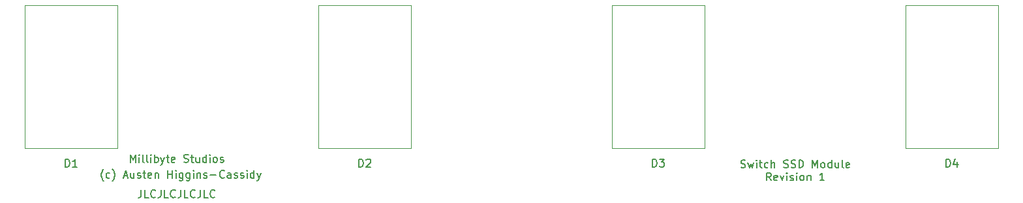
<source format=gbr>
%TF.GenerationSoftware,KiCad,Pcbnew,(5.1.8)-1*%
%TF.CreationDate,2021-01-20T16:16:19-05:00*%
%TF.ProjectId,Switch_SSD_Row,53776974-6368-45f5-9353-445f526f772e,rev?*%
%TF.SameCoordinates,Original*%
%TF.FileFunction,Legend,Top*%
%TF.FilePolarity,Positive*%
%FSLAX46Y46*%
G04 Gerber Fmt 4.6, Leading zero omitted, Abs format (unit mm)*
G04 Created by KiCad (PCBNEW (5.1.8)-1) date 2021-01-20 16:16:19*
%MOMM*%
%LPD*%
G01*
G04 APERTURE LIST*
%ADD10C,0.150000*%
%ADD11C,0.120000*%
G04 APERTURE END LIST*
D10*
X122492380Y-48347761D02*
X122635238Y-48395380D01*
X122873333Y-48395380D01*
X122968571Y-48347761D01*
X123016190Y-48300142D01*
X123063809Y-48204904D01*
X123063809Y-48109666D01*
X123016190Y-48014428D01*
X122968571Y-47966809D01*
X122873333Y-47919190D01*
X122682857Y-47871571D01*
X122587619Y-47823952D01*
X122540000Y-47776333D01*
X122492380Y-47681095D01*
X122492380Y-47585857D01*
X122540000Y-47490619D01*
X122587619Y-47443000D01*
X122682857Y-47395380D01*
X122920952Y-47395380D01*
X123063809Y-47443000D01*
X123397142Y-47728714D02*
X123587619Y-48395380D01*
X123778095Y-47919190D01*
X123968571Y-48395380D01*
X124159047Y-47728714D01*
X124540000Y-48395380D02*
X124540000Y-47728714D01*
X124540000Y-47395380D02*
X124492380Y-47443000D01*
X124540000Y-47490619D01*
X124587619Y-47443000D01*
X124540000Y-47395380D01*
X124540000Y-47490619D01*
X124873333Y-47728714D02*
X125254285Y-47728714D01*
X125016190Y-47395380D02*
X125016190Y-48252523D01*
X125063809Y-48347761D01*
X125159047Y-48395380D01*
X125254285Y-48395380D01*
X126016190Y-48347761D02*
X125920952Y-48395380D01*
X125730476Y-48395380D01*
X125635238Y-48347761D01*
X125587619Y-48300142D01*
X125540000Y-48204904D01*
X125540000Y-47919190D01*
X125587619Y-47823952D01*
X125635238Y-47776333D01*
X125730476Y-47728714D01*
X125920952Y-47728714D01*
X126016190Y-47776333D01*
X126444761Y-48395380D02*
X126444761Y-47395380D01*
X126873333Y-48395380D02*
X126873333Y-47871571D01*
X126825714Y-47776333D01*
X126730476Y-47728714D01*
X126587619Y-47728714D01*
X126492380Y-47776333D01*
X126444761Y-47823952D01*
X128063809Y-48347761D02*
X128206666Y-48395380D01*
X128444761Y-48395380D01*
X128540000Y-48347761D01*
X128587619Y-48300142D01*
X128635238Y-48204904D01*
X128635238Y-48109666D01*
X128587619Y-48014428D01*
X128540000Y-47966809D01*
X128444761Y-47919190D01*
X128254285Y-47871571D01*
X128159047Y-47823952D01*
X128111428Y-47776333D01*
X128063809Y-47681095D01*
X128063809Y-47585857D01*
X128111428Y-47490619D01*
X128159047Y-47443000D01*
X128254285Y-47395380D01*
X128492380Y-47395380D01*
X128635238Y-47443000D01*
X129016190Y-48347761D02*
X129159047Y-48395380D01*
X129397142Y-48395380D01*
X129492380Y-48347761D01*
X129540000Y-48300142D01*
X129587619Y-48204904D01*
X129587619Y-48109666D01*
X129540000Y-48014428D01*
X129492380Y-47966809D01*
X129397142Y-47919190D01*
X129206666Y-47871571D01*
X129111428Y-47823952D01*
X129063809Y-47776333D01*
X129016190Y-47681095D01*
X129016190Y-47585857D01*
X129063809Y-47490619D01*
X129111428Y-47443000D01*
X129206666Y-47395380D01*
X129444761Y-47395380D01*
X129587619Y-47443000D01*
X130016190Y-48395380D02*
X130016190Y-47395380D01*
X130254285Y-47395380D01*
X130397142Y-47443000D01*
X130492380Y-47538238D01*
X130540000Y-47633476D01*
X130587619Y-47823952D01*
X130587619Y-47966809D01*
X130540000Y-48157285D01*
X130492380Y-48252523D01*
X130397142Y-48347761D01*
X130254285Y-48395380D01*
X130016190Y-48395380D01*
X131778095Y-48395380D02*
X131778095Y-47395380D01*
X132111428Y-48109666D01*
X132444761Y-47395380D01*
X132444761Y-48395380D01*
X133063809Y-48395380D02*
X132968571Y-48347761D01*
X132920952Y-48300142D01*
X132873333Y-48204904D01*
X132873333Y-47919190D01*
X132920952Y-47823952D01*
X132968571Y-47776333D01*
X133063809Y-47728714D01*
X133206666Y-47728714D01*
X133301904Y-47776333D01*
X133349523Y-47823952D01*
X133397142Y-47919190D01*
X133397142Y-48204904D01*
X133349523Y-48300142D01*
X133301904Y-48347761D01*
X133206666Y-48395380D01*
X133063809Y-48395380D01*
X134254285Y-48395380D02*
X134254285Y-47395380D01*
X134254285Y-48347761D02*
X134159047Y-48395380D01*
X133968571Y-48395380D01*
X133873333Y-48347761D01*
X133825714Y-48300142D01*
X133778095Y-48204904D01*
X133778095Y-47919190D01*
X133825714Y-47823952D01*
X133873333Y-47776333D01*
X133968571Y-47728714D01*
X134159047Y-47728714D01*
X134254285Y-47776333D01*
X135159047Y-47728714D02*
X135159047Y-48395380D01*
X134730476Y-47728714D02*
X134730476Y-48252523D01*
X134778095Y-48347761D01*
X134873333Y-48395380D01*
X135016190Y-48395380D01*
X135111428Y-48347761D01*
X135159047Y-48300142D01*
X135778095Y-48395380D02*
X135682857Y-48347761D01*
X135635238Y-48252523D01*
X135635238Y-47395380D01*
X136540000Y-48347761D02*
X136444761Y-48395380D01*
X136254285Y-48395380D01*
X136159047Y-48347761D01*
X136111428Y-48252523D01*
X136111428Y-47871571D01*
X136159047Y-47776333D01*
X136254285Y-47728714D01*
X136444761Y-47728714D01*
X136540000Y-47776333D01*
X136587619Y-47871571D01*
X136587619Y-47966809D01*
X136111428Y-48062047D01*
X126397142Y-50045380D02*
X126063809Y-49569190D01*
X125825714Y-50045380D02*
X125825714Y-49045380D01*
X126206666Y-49045380D01*
X126301904Y-49093000D01*
X126349523Y-49140619D01*
X126397142Y-49235857D01*
X126397142Y-49378714D01*
X126349523Y-49473952D01*
X126301904Y-49521571D01*
X126206666Y-49569190D01*
X125825714Y-49569190D01*
X127206666Y-49997761D02*
X127111428Y-50045380D01*
X126920952Y-50045380D01*
X126825714Y-49997761D01*
X126778095Y-49902523D01*
X126778095Y-49521571D01*
X126825714Y-49426333D01*
X126920952Y-49378714D01*
X127111428Y-49378714D01*
X127206666Y-49426333D01*
X127254285Y-49521571D01*
X127254285Y-49616809D01*
X126778095Y-49712047D01*
X127587619Y-49378714D02*
X127825714Y-50045380D01*
X128063809Y-49378714D01*
X128444761Y-50045380D02*
X128444761Y-49378714D01*
X128444761Y-49045380D02*
X128397142Y-49093000D01*
X128444761Y-49140619D01*
X128492380Y-49093000D01*
X128444761Y-49045380D01*
X128444761Y-49140619D01*
X128873333Y-49997761D02*
X128968571Y-50045380D01*
X129159047Y-50045380D01*
X129254285Y-49997761D01*
X129301904Y-49902523D01*
X129301904Y-49854904D01*
X129254285Y-49759666D01*
X129159047Y-49712047D01*
X129016190Y-49712047D01*
X128920952Y-49664428D01*
X128873333Y-49569190D01*
X128873333Y-49521571D01*
X128920952Y-49426333D01*
X129016190Y-49378714D01*
X129159047Y-49378714D01*
X129254285Y-49426333D01*
X129730476Y-50045380D02*
X129730476Y-49378714D01*
X129730476Y-49045380D02*
X129682857Y-49093000D01*
X129730476Y-49140619D01*
X129778095Y-49093000D01*
X129730476Y-49045380D01*
X129730476Y-49140619D01*
X130349523Y-50045380D02*
X130254285Y-49997761D01*
X130206666Y-49950142D01*
X130159047Y-49854904D01*
X130159047Y-49569190D01*
X130206666Y-49473952D01*
X130254285Y-49426333D01*
X130349523Y-49378714D01*
X130492380Y-49378714D01*
X130587619Y-49426333D01*
X130635238Y-49473952D01*
X130682857Y-49569190D01*
X130682857Y-49854904D01*
X130635238Y-49950142D01*
X130587619Y-49997761D01*
X130492380Y-50045380D01*
X130349523Y-50045380D01*
X131111428Y-49378714D02*
X131111428Y-50045380D01*
X131111428Y-49473952D02*
X131159047Y-49426333D01*
X131254285Y-49378714D01*
X131397142Y-49378714D01*
X131492380Y-49426333D01*
X131540000Y-49521571D01*
X131540000Y-50045380D01*
X133301904Y-50045380D02*
X132730476Y-50045380D01*
X133016190Y-50045380D02*
X133016190Y-49045380D01*
X132920952Y-49188238D01*
X132825714Y-49283476D01*
X132730476Y-49331095D01*
X43252190Y-47696380D02*
X43252190Y-46696380D01*
X43585523Y-47410666D01*
X43918857Y-46696380D01*
X43918857Y-47696380D01*
X44395047Y-47696380D02*
X44395047Y-47029714D01*
X44395047Y-46696380D02*
X44347428Y-46744000D01*
X44395047Y-46791619D01*
X44442666Y-46744000D01*
X44395047Y-46696380D01*
X44395047Y-46791619D01*
X45014095Y-47696380D02*
X44918857Y-47648761D01*
X44871238Y-47553523D01*
X44871238Y-46696380D01*
X45537904Y-47696380D02*
X45442666Y-47648761D01*
X45395047Y-47553523D01*
X45395047Y-46696380D01*
X45918857Y-47696380D02*
X45918857Y-47029714D01*
X45918857Y-46696380D02*
X45871238Y-46744000D01*
X45918857Y-46791619D01*
X45966476Y-46744000D01*
X45918857Y-46696380D01*
X45918857Y-46791619D01*
X46395047Y-47696380D02*
X46395047Y-46696380D01*
X46395047Y-47077333D02*
X46490285Y-47029714D01*
X46680761Y-47029714D01*
X46776000Y-47077333D01*
X46823619Y-47124952D01*
X46871238Y-47220190D01*
X46871238Y-47505904D01*
X46823619Y-47601142D01*
X46776000Y-47648761D01*
X46680761Y-47696380D01*
X46490285Y-47696380D01*
X46395047Y-47648761D01*
X47204571Y-47029714D02*
X47442666Y-47696380D01*
X47680761Y-47029714D02*
X47442666Y-47696380D01*
X47347428Y-47934476D01*
X47299809Y-47982095D01*
X47204571Y-48029714D01*
X47918857Y-47029714D02*
X48299809Y-47029714D01*
X48061714Y-46696380D02*
X48061714Y-47553523D01*
X48109333Y-47648761D01*
X48204571Y-47696380D01*
X48299809Y-47696380D01*
X49014095Y-47648761D02*
X48918857Y-47696380D01*
X48728380Y-47696380D01*
X48633142Y-47648761D01*
X48585523Y-47553523D01*
X48585523Y-47172571D01*
X48633142Y-47077333D01*
X48728380Y-47029714D01*
X48918857Y-47029714D01*
X49014095Y-47077333D01*
X49061714Y-47172571D01*
X49061714Y-47267809D01*
X48585523Y-47363047D01*
X50204571Y-47648761D02*
X50347428Y-47696380D01*
X50585523Y-47696380D01*
X50680761Y-47648761D01*
X50728380Y-47601142D01*
X50776000Y-47505904D01*
X50776000Y-47410666D01*
X50728380Y-47315428D01*
X50680761Y-47267809D01*
X50585523Y-47220190D01*
X50395047Y-47172571D01*
X50299809Y-47124952D01*
X50252190Y-47077333D01*
X50204571Y-46982095D01*
X50204571Y-46886857D01*
X50252190Y-46791619D01*
X50299809Y-46744000D01*
X50395047Y-46696380D01*
X50633142Y-46696380D01*
X50776000Y-46744000D01*
X51061714Y-47029714D02*
X51442666Y-47029714D01*
X51204571Y-46696380D02*
X51204571Y-47553523D01*
X51252190Y-47648761D01*
X51347428Y-47696380D01*
X51442666Y-47696380D01*
X52204571Y-47029714D02*
X52204571Y-47696380D01*
X51776000Y-47029714D02*
X51776000Y-47553523D01*
X51823619Y-47648761D01*
X51918857Y-47696380D01*
X52061714Y-47696380D01*
X52156952Y-47648761D01*
X52204571Y-47601142D01*
X53109333Y-47696380D02*
X53109333Y-46696380D01*
X53109333Y-47648761D02*
X53014095Y-47696380D01*
X52823619Y-47696380D01*
X52728380Y-47648761D01*
X52680761Y-47601142D01*
X52633142Y-47505904D01*
X52633142Y-47220190D01*
X52680761Y-47124952D01*
X52728380Y-47077333D01*
X52823619Y-47029714D01*
X53014095Y-47029714D01*
X53109333Y-47077333D01*
X53585523Y-47696380D02*
X53585523Y-47029714D01*
X53585523Y-46696380D02*
X53537904Y-46744000D01*
X53585523Y-46791619D01*
X53633142Y-46744000D01*
X53585523Y-46696380D01*
X53585523Y-46791619D01*
X54204571Y-47696380D02*
X54109333Y-47648761D01*
X54061714Y-47601142D01*
X54014095Y-47505904D01*
X54014095Y-47220190D01*
X54061714Y-47124952D01*
X54109333Y-47077333D01*
X54204571Y-47029714D01*
X54347428Y-47029714D01*
X54442666Y-47077333D01*
X54490285Y-47124952D01*
X54537904Y-47220190D01*
X54537904Y-47505904D01*
X54490285Y-47601142D01*
X54442666Y-47648761D01*
X54347428Y-47696380D01*
X54204571Y-47696380D01*
X54918857Y-47648761D02*
X55014095Y-47696380D01*
X55204571Y-47696380D01*
X55299809Y-47648761D01*
X55347428Y-47553523D01*
X55347428Y-47505904D01*
X55299809Y-47410666D01*
X55204571Y-47363047D01*
X55061714Y-47363047D01*
X54966476Y-47315428D01*
X54918857Y-47220190D01*
X54918857Y-47172571D01*
X54966476Y-47077333D01*
X55061714Y-47029714D01*
X55204571Y-47029714D01*
X55299809Y-47077333D01*
X39784000Y-50109333D02*
X39736380Y-50061714D01*
X39641142Y-49918857D01*
X39593523Y-49823619D01*
X39545904Y-49680761D01*
X39498285Y-49442666D01*
X39498285Y-49252190D01*
X39545904Y-49014095D01*
X39593523Y-48871238D01*
X39641142Y-48776000D01*
X39736380Y-48633142D01*
X39784000Y-48585523D01*
X40593523Y-49680761D02*
X40498285Y-49728380D01*
X40307809Y-49728380D01*
X40212571Y-49680761D01*
X40164952Y-49633142D01*
X40117333Y-49537904D01*
X40117333Y-49252190D01*
X40164952Y-49156952D01*
X40212571Y-49109333D01*
X40307809Y-49061714D01*
X40498285Y-49061714D01*
X40593523Y-49109333D01*
X40926857Y-50109333D02*
X40974476Y-50061714D01*
X41069714Y-49918857D01*
X41117333Y-49823619D01*
X41164952Y-49680761D01*
X41212571Y-49442666D01*
X41212571Y-49252190D01*
X41164952Y-49014095D01*
X41117333Y-48871238D01*
X41069714Y-48776000D01*
X40974476Y-48633142D01*
X40926857Y-48585523D01*
X42403047Y-49442666D02*
X42879238Y-49442666D01*
X42307809Y-49728380D02*
X42641142Y-48728380D01*
X42974476Y-49728380D01*
X43736380Y-49061714D02*
X43736380Y-49728380D01*
X43307809Y-49061714D02*
X43307809Y-49585523D01*
X43355428Y-49680761D01*
X43450666Y-49728380D01*
X43593523Y-49728380D01*
X43688761Y-49680761D01*
X43736380Y-49633142D01*
X44164952Y-49680761D02*
X44260190Y-49728380D01*
X44450666Y-49728380D01*
X44545904Y-49680761D01*
X44593523Y-49585523D01*
X44593523Y-49537904D01*
X44545904Y-49442666D01*
X44450666Y-49395047D01*
X44307809Y-49395047D01*
X44212571Y-49347428D01*
X44164952Y-49252190D01*
X44164952Y-49204571D01*
X44212571Y-49109333D01*
X44307809Y-49061714D01*
X44450666Y-49061714D01*
X44545904Y-49109333D01*
X44879238Y-49061714D02*
X45260190Y-49061714D01*
X45022095Y-48728380D02*
X45022095Y-49585523D01*
X45069714Y-49680761D01*
X45164952Y-49728380D01*
X45260190Y-49728380D01*
X45974476Y-49680761D02*
X45879238Y-49728380D01*
X45688761Y-49728380D01*
X45593523Y-49680761D01*
X45545904Y-49585523D01*
X45545904Y-49204571D01*
X45593523Y-49109333D01*
X45688761Y-49061714D01*
X45879238Y-49061714D01*
X45974476Y-49109333D01*
X46022095Y-49204571D01*
X46022095Y-49299809D01*
X45545904Y-49395047D01*
X46450666Y-49061714D02*
X46450666Y-49728380D01*
X46450666Y-49156952D02*
X46498285Y-49109333D01*
X46593523Y-49061714D01*
X46736380Y-49061714D01*
X46831619Y-49109333D01*
X46879238Y-49204571D01*
X46879238Y-49728380D01*
X48117333Y-49728380D02*
X48117333Y-48728380D01*
X48117333Y-49204571D02*
X48688761Y-49204571D01*
X48688761Y-49728380D02*
X48688761Y-48728380D01*
X49164952Y-49728380D02*
X49164952Y-49061714D01*
X49164952Y-48728380D02*
X49117333Y-48776000D01*
X49164952Y-48823619D01*
X49212571Y-48776000D01*
X49164952Y-48728380D01*
X49164952Y-48823619D01*
X50069714Y-49061714D02*
X50069714Y-49871238D01*
X50022095Y-49966476D01*
X49974476Y-50014095D01*
X49879238Y-50061714D01*
X49736380Y-50061714D01*
X49641142Y-50014095D01*
X50069714Y-49680761D02*
X49974476Y-49728380D01*
X49784000Y-49728380D01*
X49688761Y-49680761D01*
X49641142Y-49633142D01*
X49593523Y-49537904D01*
X49593523Y-49252190D01*
X49641142Y-49156952D01*
X49688761Y-49109333D01*
X49784000Y-49061714D01*
X49974476Y-49061714D01*
X50069714Y-49109333D01*
X50974476Y-49061714D02*
X50974476Y-49871238D01*
X50926857Y-49966476D01*
X50879238Y-50014095D01*
X50784000Y-50061714D01*
X50641142Y-50061714D01*
X50545904Y-50014095D01*
X50974476Y-49680761D02*
X50879238Y-49728380D01*
X50688761Y-49728380D01*
X50593523Y-49680761D01*
X50545904Y-49633142D01*
X50498285Y-49537904D01*
X50498285Y-49252190D01*
X50545904Y-49156952D01*
X50593523Y-49109333D01*
X50688761Y-49061714D01*
X50879238Y-49061714D01*
X50974476Y-49109333D01*
X51450666Y-49728380D02*
X51450666Y-49061714D01*
X51450666Y-48728380D02*
X51403047Y-48776000D01*
X51450666Y-48823619D01*
X51498285Y-48776000D01*
X51450666Y-48728380D01*
X51450666Y-48823619D01*
X51926857Y-49061714D02*
X51926857Y-49728380D01*
X51926857Y-49156952D02*
X51974476Y-49109333D01*
X52069714Y-49061714D01*
X52212571Y-49061714D01*
X52307809Y-49109333D01*
X52355428Y-49204571D01*
X52355428Y-49728380D01*
X52784000Y-49680761D02*
X52879238Y-49728380D01*
X53069714Y-49728380D01*
X53164952Y-49680761D01*
X53212571Y-49585523D01*
X53212571Y-49537904D01*
X53164952Y-49442666D01*
X53069714Y-49395047D01*
X52926857Y-49395047D01*
X52831619Y-49347428D01*
X52784000Y-49252190D01*
X52784000Y-49204571D01*
X52831619Y-49109333D01*
X52926857Y-49061714D01*
X53069714Y-49061714D01*
X53164952Y-49109333D01*
X53641142Y-49347428D02*
X54403047Y-49347428D01*
X55450666Y-49633142D02*
X55403047Y-49680761D01*
X55260190Y-49728380D01*
X55164952Y-49728380D01*
X55022095Y-49680761D01*
X54926857Y-49585523D01*
X54879238Y-49490285D01*
X54831619Y-49299809D01*
X54831619Y-49156952D01*
X54879238Y-48966476D01*
X54926857Y-48871238D01*
X55022095Y-48776000D01*
X55164952Y-48728380D01*
X55260190Y-48728380D01*
X55403047Y-48776000D01*
X55450666Y-48823619D01*
X56307809Y-49728380D02*
X56307809Y-49204571D01*
X56260190Y-49109333D01*
X56164952Y-49061714D01*
X55974476Y-49061714D01*
X55879238Y-49109333D01*
X56307809Y-49680761D02*
X56212571Y-49728380D01*
X55974476Y-49728380D01*
X55879238Y-49680761D01*
X55831619Y-49585523D01*
X55831619Y-49490285D01*
X55879238Y-49395047D01*
X55974476Y-49347428D01*
X56212571Y-49347428D01*
X56307809Y-49299809D01*
X56736380Y-49680761D02*
X56831619Y-49728380D01*
X57022095Y-49728380D01*
X57117333Y-49680761D01*
X57164952Y-49585523D01*
X57164952Y-49537904D01*
X57117333Y-49442666D01*
X57022095Y-49395047D01*
X56879238Y-49395047D01*
X56784000Y-49347428D01*
X56736380Y-49252190D01*
X56736380Y-49204571D01*
X56784000Y-49109333D01*
X56879238Y-49061714D01*
X57022095Y-49061714D01*
X57117333Y-49109333D01*
X57545904Y-49680761D02*
X57641142Y-49728380D01*
X57831619Y-49728380D01*
X57926857Y-49680761D01*
X57974476Y-49585523D01*
X57974476Y-49537904D01*
X57926857Y-49442666D01*
X57831619Y-49395047D01*
X57688761Y-49395047D01*
X57593523Y-49347428D01*
X57545904Y-49252190D01*
X57545904Y-49204571D01*
X57593523Y-49109333D01*
X57688761Y-49061714D01*
X57831619Y-49061714D01*
X57926857Y-49109333D01*
X58403047Y-49728380D02*
X58403047Y-49061714D01*
X58403047Y-48728380D02*
X58355428Y-48776000D01*
X58403047Y-48823619D01*
X58450666Y-48776000D01*
X58403047Y-48728380D01*
X58403047Y-48823619D01*
X59307809Y-49728380D02*
X59307809Y-48728380D01*
X59307809Y-49680761D02*
X59212571Y-49728380D01*
X59022095Y-49728380D01*
X58926857Y-49680761D01*
X58879238Y-49633142D01*
X58831619Y-49537904D01*
X58831619Y-49252190D01*
X58879238Y-49156952D01*
X58926857Y-49109333D01*
X59022095Y-49061714D01*
X59212571Y-49061714D01*
X59307809Y-49109333D01*
X59688761Y-49061714D02*
X59926857Y-49728380D01*
X60164952Y-49061714D02*
X59926857Y-49728380D01*
X59831619Y-49966476D01*
X59784000Y-50014095D01*
X59688761Y-50061714D01*
X44656952Y-51268380D02*
X44656952Y-51982666D01*
X44609333Y-52125523D01*
X44514095Y-52220761D01*
X44371238Y-52268380D01*
X44276000Y-52268380D01*
X45609333Y-52268380D02*
X45133142Y-52268380D01*
X45133142Y-51268380D01*
X46514095Y-52173142D02*
X46466476Y-52220761D01*
X46323619Y-52268380D01*
X46228380Y-52268380D01*
X46085523Y-52220761D01*
X45990285Y-52125523D01*
X45942666Y-52030285D01*
X45895047Y-51839809D01*
X45895047Y-51696952D01*
X45942666Y-51506476D01*
X45990285Y-51411238D01*
X46085523Y-51316000D01*
X46228380Y-51268380D01*
X46323619Y-51268380D01*
X46466476Y-51316000D01*
X46514095Y-51363619D01*
X47228380Y-51268380D02*
X47228380Y-51982666D01*
X47180761Y-52125523D01*
X47085523Y-52220761D01*
X46942666Y-52268380D01*
X46847428Y-52268380D01*
X48180761Y-52268380D02*
X47704571Y-52268380D01*
X47704571Y-51268380D01*
X49085523Y-52173142D02*
X49037904Y-52220761D01*
X48895047Y-52268380D01*
X48799809Y-52268380D01*
X48656952Y-52220761D01*
X48561714Y-52125523D01*
X48514095Y-52030285D01*
X48466476Y-51839809D01*
X48466476Y-51696952D01*
X48514095Y-51506476D01*
X48561714Y-51411238D01*
X48656952Y-51316000D01*
X48799809Y-51268380D01*
X48895047Y-51268380D01*
X49037904Y-51316000D01*
X49085523Y-51363619D01*
X49799809Y-51268380D02*
X49799809Y-51982666D01*
X49752190Y-52125523D01*
X49656952Y-52220761D01*
X49514095Y-52268380D01*
X49418857Y-52268380D01*
X50752190Y-52268380D02*
X50276000Y-52268380D01*
X50276000Y-51268380D01*
X51656952Y-52173142D02*
X51609333Y-52220761D01*
X51466476Y-52268380D01*
X51371238Y-52268380D01*
X51228380Y-52220761D01*
X51133142Y-52125523D01*
X51085523Y-52030285D01*
X51037904Y-51839809D01*
X51037904Y-51696952D01*
X51085523Y-51506476D01*
X51133142Y-51411238D01*
X51228380Y-51316000D01*
X51371238Y-51268380D01*
X51466476Y-51268380D01*
X51609333Y-51316000D01*
X51656952Y-51363619D01*
X52371238Y-51268380D02*
X52371238Y-51982666D01*
X52323619Y-52125523D01*
X52228380Y-52220761D01*
X52085523Y-52268380D01*
X51990285Y-52268380D01*
X53323619Y-52268380D02*
X52847428Y-52268380D01*
X52847428Y-51268380D01*
X54228380Y-52173142D02*
X54180761Y-52220761D01*
X54037904Y-52268380D01*
X53942666Y-52268380D01*
X53799809Y-52220761D01*
X53704571Y-52125523D01*
X53656952Y-52030285D01*
X53609333Y-51839809D01*
X53609333Y-51696952D01*
X53656952Y-51506476D01*
X53704571Y-51411238D01*
X53799809Y-51316000D01*
X53942666Y-51268380D01*
X54037904Y-51268380D01*
X54180761Y-51316000D01*
X54228380Y-51363619D01*
D11*
%TO.C,D1*%
X29560000Y-27330000D02*
X41560000Y-27330000D01*
X41560000Y-27330000D02*
X41560000Y-45830000D01*
X41560000Y-45830000D02*
X29560000Y-45830000D01*
X29560000Y-45830000D02*
X29560000Y-27330000D01*
%TO.C,D2*%
X67660000Y-45830000D02*
X67660000Y-27330000D01*
X79660000Y-45830000D02*
X67660000Y-45830000D01*
X79660000Y-27330000D02*
X79660000Y-45830000D01*
X67660000Y-27330000D02*
X79660000Y-27330000D01*
%TO.C,D3*%
X105760000Y-45830000D02*
X105760000Y-27330000D01*
X117760000Y-45830000D02*
X105760000Y-45830000D01*
X117760000Y-27330000D02*
X117760000Y-45830000D01*
X105760000Y-27330000D02*
X117760000Y-27330000D01*
%TO.C,D4*%
X143860000Y-27330000D02*
X155860000Y-27330000D01*
X155860000Y-27330000D02*
X155860000Y-45830000D01*
X155860000Y-45830000D02*
X143860000Y-45830000D01*
X143860000Y-45830000D02*
X143860000Y-27330000D01*
%TO.C,D1*%
D10*
X34821904Y-48282380D02*
X34821904Y-47282380D01*
X35060000Y-47282380D01*
X35202857Y-47330000D01*
X35298095Y-47425238D01*
X35345714Y-47520476D01*
X35393333Y-47710952D01*
X35393333Y-47853809D01*
X35345714Y-48044285D01*
X35298095Y-48139523D01*
X35202857Y-48234761D01*
X35060000Y-48282380D01*
X34821904Y-48282380D01*
X36345714Y-48282380D02*
X35774285Y-48282380D01*
X36060000Y-48282380D02*
X36060000Y-47282380D01*
X35964761Y-47425238D01*
X35869523Y-47520476D01*
X35774285Y-47568095D01*
%TO.C,D2*%
X72921904Y-48282380D02*
X72921904Y-47282380D01*
X73160000Y-47282380D01*
X73302857Y-47330000D01*
X73398095Y-47425238D01*
X73445714Y-47520476D01*
X73493333Y-47710952D01*
X73493333Y-47853809D01*
X73445714Y-48044285D01*
X73398095Y-48139523D01*
X73302857Y-48234761D01*
X73160000Y-48282380D01*
X72921904Y-48282380D01*
X73874285Y-47377619D02*
X73921904Y-47330000D01*
X74017142Y-47282380D01*
X74255238Y-47282380D01*
X74350476Y-47330000D01*
X74398095Y-47377619D01*
X74445714Y-47472857D01*
X74445714Y-47568095D01*
X74398095Y-47710952D01*
X73826666Y-48282380D01*
X74445714Y-48282380D01*
%TO.C,D3*%
X111021904Y-48282380D02*
X111021904Y-47282380D01*
X111260000Y-47282380D01*
X111402857Y-47330000D01*
X111498095Y-47425238D01*
X111545714Y-47520476D01*
X111593333Y-47710952D01*
X111593333Y-47853809D01*
X111545714Y-48044285D01*
X111498095Y-48139523D01*
X111402857Y-48234761D01*
X111260000Y-48282380D01*
X111021904Y-48282380D01*
X111926666Y-47282380D02*
X112545714Y-47282380D01*
X112212380Y-47663333D01*
X112355238Y-47663333D01*
X112450476Y-47710952D01*
X112498095Y-47758571D01*
X112545714Y-47853809D01*
X112545714Y-48091904D01*
X112498095Y-48187142D01*
X112450476Y-48234761D01*
X112355238Y-48282380D01*
X112069523Y-48282380D01*
X111974285Y-48234761D01*
X111926666Y-48187142D01*
%TO.C,D4*%
X149121904Y-48282380D02*
X149121904Y-47282380D01*
X149360000Y-47282380D01*
X149502857Y-47330000D01*
X149598095Y-47425238D01*
X149645714Y-47520476D01*
X149693333Y-47710952D01*
X149693333Y-47853809D01*
X149645714Y-48044285D01*
X149598095Y-48139523D01*
X149502857Y-48234761D01*
X149360000Y-48282380D01*
X149121904Y-48282380D01*
X150550476Y-47615714D02*
X150550476Y-48282380D01*
X150312380Y-47234761D02*
X150074285Y-47949047D01*
X150693333Y-47949047D01*
%TD*%
M02*

</source>
